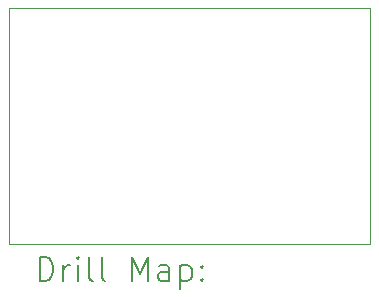
<source format=gbr>
%TF.GenerationSoftware,KiCad,Pcbnew,7.0.11+dfsg-1build4*%
%TF.CreationDate,2025-07-05T19:07:16+02:00*%
%TF.ProjectId,25487,32353438-372e-46b6-9963-61645f706362,rev?*%
%TF.SameCoordinates,Original*%
%TF.FileFunction,Drillmap*%
%TF.FilePolarity,Positive*%
%FSLAX45Y45*%
G04 Gerber Fmt 4.5, Leading zero omitted, Abs format (unit mm)*
G04 Created by KiCad (PCBNEW 7.0.11+dfsg-1build4) date 2025-07-05 19:07:16*
%MOMM*%
%LPD*%
G01*
G04 APERTURE LIST*
%ADD10C,0.050000*%
%ADD11C,0.200000*%
G04 APERTURE END LIST*
D10*
X10000000Y-10000000D02*
X13050000Y-10000000D01*
X13050000Y-12000000D01*
X10000000Y-12000000D01*
X10000000Y-10000000D01*
D11*
X10258277Y-12313984D02*
X10258277Y-12113984D01*
X10258277Y-12113984D02*
X10305896Y-12113984D01*
X10305896Y-12113984D02*
X10334467Y-12123508D01*
X10334467Y-12123508D02*
X10353515Y-12142555D01*
X10353515Y-12142555D02*
X10363039Y-12161603D01*
X10363039Y-12161603D02*
X10372563Y-12199698D01*
X10372563Y-12199698D02*
X10372563Y-12228269D01*
X10372563Y-12228269D02*
X10363039Y-12266365D01*
X10363039Y-12266365D02*
X10353515Y-12285412D01*
X10353515Y-12285412D02*
X10334467Y-12304460D01*
X10334467Y-12304460D02*
X10305896Y-12313984D01*
X10305896Y-12313984D02*
X10258277Y-12313984D01*
X10458277Y-12313984D02*
X10458277Y-12180650D01*
X10458277Y-12218746D02*
X10467801Y-12199698D01*
X10467801Y-12199698D02*
X10477324Y-12190174D01*
X10477324Y-12190174D02*
X10496372Y-12180650D01*
X10496372Y-12180650D02*
X10515420Y-12180650D01*
X10582086Y-12313984D02*
X10582086Y-12180650D01*
X10582086Y-12113984D02*
X10572563Y-12123508D01*
X10572563Y-12123508D02*
X10582086Y-12133031D01*
X10582086Y-12133031D02*
X10591610Y-12123508D01*
X10591610Y-12123508D02*
X10582086Y-12113984D01*
X10582086Y-12113984D02*
X10582086Y-12133031D01*
X10705896Y-12313984D02*
X10686848Y-12304460D01*
X10686848Y-12304460D02*
X10677324Y-12285412D01*
X10677324Y-12285412D02*
X10677324Y-12113984D01*
X10810658Y-12313984D02*
X10791610Y-12304460D01*
X10791610Y-12304460D02*
X10782086Y-12285412D01*
X10782086Y-12285412D02*
X10782086Y-12113984D01*
X11039229Y-12313984D02*
X11039229Y-12113984D01*
X11039229Y-12113984D02*
X11105896Y-12256841D01*
X11105896Y-12256841D02*
X11172563Y-12113984D01*
X11172563Y-12113984D02*
X11172563Y-12313984D01*
X11353515Y-12313984D02*
X11353515Y-12209222D01*
X11353515Y-12209222D02*
X11343991Y-12190174D01*
X11343991Y-12190174D02*
X11324943Y-12180650D01*
X11324943Y-12180650D02*
X11286848Y-12180650D01*
X11286848Y-12180650D02*
X11267801Y-12190174D01*
X11353515Y-12304460D02*
X11334467Y-12313984D01*
X11334467Y-12313984D02*
X11286848Y-12313984D01*
X11286848Y-12313984D02*
X11267801Y-12304460D01*
X11267801Y-12304460D02*
X11258277Y-12285412D01*
X11258277Y-12285412D02*
X11258277Y-12266365D01*
X11258277Y-12266365D02*
X11267801Y-12247317D01*
X11267801Y-12247317D02*
X11286848Y-12237793D01*
X11286848Y-12237793D02*
X11334467Y-12237793D01*
X11334467Y-12237793D02*
X11353515Y-12228269D01*
X11448753Y-12180650D02*
X11448753Y-12380650D01*
X11448753Y-12190174D02*
X11467801Y-12180650D01*
X11467801Y-12180650D02*
X11505896Y-12180650D01*
X11505896Y-12180650D02*
X11524943Y-12190174D01*
X11524943Y-12190174D02*
X11534467Y-12199698D01*
X11534467Y-12199698D02*
X11543991Y-12218746D01*
X11543991Y-12218746D02*
X11543991Y-12275888D01*
X11543991Y-12275888D02*
X11534467Y-12294936D01*
X11534467Y-12294936D02*
X11524943Y-12304460D01*
X11524943Y-12304460D02*
X11505896Y-12313984D01*
X11505896Y-12313984D02*
X11467801Y-12313984D01*
X11467801Y-12313984D02*
X11448753Y-12304460D01*
X11629705Y-12294936D02*
X11639229Y-12304460D01*
X11639229Y-12304460D02*
X11629705Y-12313984D01*
X11629705Y-12313984D02*
X11620182Y-12304460D01*
X11620182Y-12304460D02*
X11629705Y-12294936D01*
X11629705Y-12294936D02*
X11629705Y-12313984D01*
X11629705Y-12190174D02*
X11639229Y-12199698D01*
X11639229Y-12199698D02*
X11629705Y-12209222D01*
X11629705Y-12209222D02*
X11620182Y-12199698D01*
X11620182Y-12199698D02*
X11629705Y-12190174D01*
X11629705Y-12190174D02*
X11629705Y-12209222D01*
M02*

</source>
